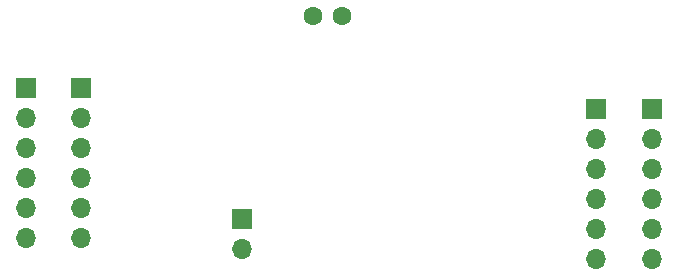
<source format=gbr>
%TF.GenerationSoftware,KiCad,Pcbnew,(6.0.4-0)*%
%TF.CreationDate,2025-08-27T16:40:30+02:00*%
%TF.ProjectId,FYP_PMIC,4659505f-504d-4494-932e-6b696361645f,rev?*%
%TF.SameCoordinates,Original*%
%TF.FileFunction,Soldermask,Bot*%
%TF.FilePolarity,Negative*%
%FSLAX46Y46*%
G04 Gerber Fmt 4.6, Leading zero omitted, Abs format (unit mm)*
G04 Created by KiCad (PCBNEW (6.0.4-0)) date 2025-08-27 16:40:30*
%MOMM*%
%LPD*%
G01*
G04 APERTURE LIST*
%ADD10C,1.600000*%
%ADD11R,1.700000X1.700000*%
%ADD12O,1.700000X1.700000*%
G04 APERTURE END LIST*
D10*
%TO.C,TH_TS1*%
X76750000Y-56000000D03*
X79250000Y-56000000D03*
%TD*%
D11*
%TO.C,J2_female1*%
X57150000Y-62150000D03*
D12*
X57150000Y-64690000D03*
X57150000Y-67230000D03*
X57150000Y-69770000D03*
X57150000Y-72310000D03*
X57150000Y-74850000D03*
%TD*%
D11*
%TO.C,JP_GE1*%
X70750000Y-73225000D03*
D12*
X70750000Y-75765000D03*
%TD*%
D11*
%TO.C,J1_male1*%
X100750000Y-63900000D03*
D12*
X100750000Y-66440000D03*
X100750000Y-68980000D03*
X100750000Y-71520000D03*
X100750000Y-74060000D03*
X100750000Y-76600000D03*
%TD*%
D11*
%TO.C,J2_male1*%
X52500000Y-62150000D03*
D12*
X52500000Y-64690000D03*
X52500000Y-67230000D03*
X52500000Y-69770000D03*
X52500000Y-72310000D03*
X52500000Y-74850000D03*
%TD*%
D11*
%TO.C,J1_female1*%
X105525000Y-63925000D03*
D12*
X105525000Y-66465000D03*
X105525000Y-69005000D03*
X105525000Y-71545000D03*
X105525000Y-74085000D03*
X105525000Y-76625000D03*
%TD*%
M02*

</source>
